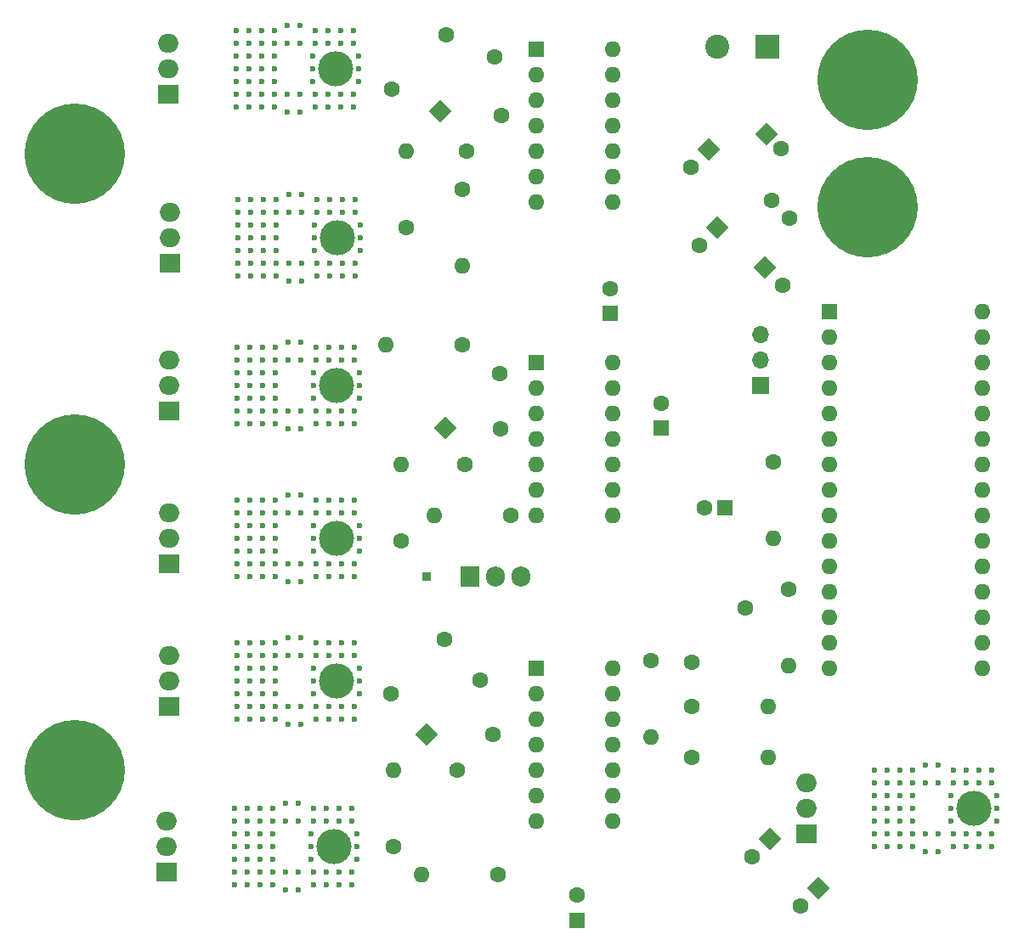
<source format=gbr>
%TF.GenerationSoftware,KiCad,Pcbnew,8.0.5*%
%TF.CreationDate,2024-12-03T18:07:43+01:00*%
%TF.ProjectId,ESC_drivers 1.4,4553435f-6472-4697-9665-727320312e34,rev?*%
%TF.SameCoordinates,Original*%
%TF.FileFunction,Soldermask,Bot*%
%TF.FilePolarity,Negative*%
%FSLAX46Y46*%
G04 Gerber Fmt 4.6, Leading zero omitted, Abs format (unit mm)*
G04 Created by KiCad (PCBNEW 8.0.5) date 2024-12-03 18:07:43*
%MOMM*%
%LPD*%
G01*
G04 APERTURE LIST*
G04 Aperture macros list*
%AMHorizOval*
0 Thick line with rounded ends*
0 $1 width*
0 $2 $3 position (X,Y) of the first rounded end (center of the circle)*
0 $4 $5 position (X,Y) of the second rounded end (center of the circle)*
0 Add line between two ends*
20,1,$1,$2,$3,$4,$5,0*
0 Add two circle primitives to create the rounded ends*
1,1,$1,$2,$3*
1,1,$1,$4,$5*%
%AMRotRect*
0 Rectangle, with rotation*
0 The origin of the aperture is its center*
0 $1 length*
0 $2 width*
0 $3 Rotation angle, in degrees counterclockwise*
0 Add horizontal line*
21,1,$1,$2,0,0,$3*%
G04 Aperture macros list end*
%ADD10R,1.600000X1.600000*%
%ADD11C,1.600000*%
%ADD12C,3.500000*%
%ADD13R,2.000000X1.905000*%
%ADD14O,2.000000X1.905000*%
%ADD15C,0.600000*%
%ADD16O,1.600000X1.600000*%
%ADD17RotRect,1.600000X1.600000X225.000000*%
%ADD18RotRect,1.600000X1.600000X315.000000*%
%ADD19R,0.850000X0.850000*%
%ADD20C,5.400000*%
%ADD21C,10.000000*%
%ADD22R,2.400000X2.400000*%
%ADD23C,2.400000*%
%ADD24HorizOval,1.600000X0.000000X0.000000X0.000000X0.000000X0*%
%ADD25RotRect,1.600000X1.600000X45.000000*%
%ADD26HorizOval,1.600000X0.000000X0.000000X0.000000X0.000000X0*%
%ADD27R,1.700000X1.700000*%
%ADD28O,1.700000X1.700000*%
%ADD29R,1.905000X2.000000*%
%ADD30O,1.905000X2.000000*%
G04 APERTURE END LIST*
D10*
%TO.C,C3*%
X164084000Y-83755114D03*
D11*
X164084000Y-81255114D03*
%TD*%
D12*
%TO.C,Q5*%
X136802000Y-106165490D03*
D13*
X120142001Y-108712000D03*
D14*
X120142001Y-106172000D03*
X120142000Y-103632000D03*
D15*
X131982945Y-110483490D03*
X133252945Y-110483490D03*
X126902945Y-109975490D03*
X128172945Y-109975490D03*
X129442945Y-109975490D03*
X130712945Y-109975490D03*
X134776945Y-109975490D03*
X136046945Y-109975490D03*
X137316945Y-109975490D03*
X138586945Y-109975490D03*
X126902945Y-108705490D03*
X128172945Y-108705490D03*
X129442945Y-108705490D03*
X130712945Y-108705490D03*
X131982945Y-108705490D03*
X133252945Y-108705490D03*
X134776945Y-108705490D03*
X136046945Y-108705490D03*
X137316945Y-108705490D03*
X138586945Y-108705490D03*
X129442945Y-107435491D03*
X126902945Y-107435490D03*
X128172945Y-107435490D03*
X130712945Y-107435490D03*
X134522945Y-107435490D03*
X139094945Y-107435490D03*
X126902945Y-106165490D03*
X128172944Y-106165490D03*
X129442945Y-106165490D03*
X130712946Y-106165490D03*
X134522944Y-106165490D03*
X139094945Y-106165490D03*
X126902945Y-104895490D03*
X128172945Y-104895490D03*
X130712945Y-104895490D03*
X134522945Y-104895490D03*
X139094945Y-104895490D03*
X129442945Y-104895489D03*
X126902945Y-103625490D03*
X128172945Y-103625490D03*
X129442945Y-103625490D03*
X130712945Y-103625490D03*
X131982945Y-103625490D03*
X133252945Y-103625490D03*
X134776945Y-103625490D03*
X136046945Y-103625490D03*
X137316945Y-103625490D03*
X138586945Y-103625490D03*
X126902945Y-102355490D03*
X128172945Y-102355490D03*
X129442945Y-102355490D03*
X130712945Y-102355490D03*
X134776945Y-102355490D03*
X136046945Y-102355490D03*
X137316945Y-102355490D03*
X138586945Y-102355490D03*
X131982945Y-101847490D03*
X133252945Y-101847490D03*
%TD*%
D11*
%TO.C,R6*%
X154178000Y-103886000D03*
D16*
X146558000Y-103886000D03*
%TD*%
D11*
%TO.C,R12*%
X142494000Y-136906000D03*
D16*
X142494000Y-129286000D03*
%TD*%
D17*
%TO.C,C10*%
X173956255Y-67442117D03*
D11*
X172188488Y-69209884D03*
%TD*%
D18*
%TO.C,C13*%
X179487856Y-79157856D03*
D11*
X181255623Y-80925623D03*
%TD*%
%TO.C,C2*%
X153306687Y-64028466D03*
X149771153Y-67564000D03*
%TD*%
D19*
%TO.C,J1*%
X145796000Y-109982000D03*
%TD*%
D11*
%TO.C,R16*%
X143256000Y-106426000D03*
D16*
X143256000Y-98806000D03*
%TD*%
D11*
%TO.C,C22*%
X152394585Y-125750961D03*
X148859051Y-129286495D03*
%TD*%
D18*
%TO.C,C9*%
X179687786Y-65895786D03*
D11*
X181102000Y-67310000D03*
%TD*%
D12*
%TO.C,Q6*%
X136801999Y-90925490D03*
D13*
X120142000Y-93472000D03*
D14*
X120142000Y-90932000D03*
X120141999Y-88392000D03*
D15*
X131982944Y-95243490D03*
X133252944Y-95243490D03*
X126902944Y-94735490D03*
X128172944Y-94735490D03*
X129442944Y-94735490D03*
X130712944Y-94735490D03*
X134776944Y-94735490D03*
X136046944Y-94735490D03*
X137316944Y-94735490D03*
X138586944Y-94735490D03*
X126902944Y-93465490D03*
X128172944Y-93465490D03*
X129442944Y-93465490D03*
X130712944Y-93465490D03*
X131982944Y-93465490D03*
X133252944Y-93465490D03*
X134776944Y-93465490D03*
X136046944Y-93465490D03*
X137316944Y-93465490D03*
X138586944Y-93465490D03*
X129442944Y-92195491D03*
X126902944Y-92195490D03*
X128172944Y-92195490D03*
X130712944Y-92195490D03*
X134522944Y-92195490D03*
X139094944Y-92195490D03*
X126902944Y-90925490D03*
X128172943Y-90925490D03*
X129442944Y-90925490D03*
X130712945Y-90925490D03*
X134522943Y-90925490D03*
X139094944Y-90925490D03*
X126902944Y-89655490D03*
X128172944Y-89655490D03*
X130712944Y-89655490D03*
X134522944Y-89655490D03*
X139094944Y-89655490D03*
X129442944Y-89655489D03*
X126902944Y-88385490D03*
X128172944Y-88385490D03*
X129442944Y-88385490D03*
X130712944Y-88385490D03*
X131982944Y-88385490D03*
X133252944Y-88385490D03*
X134776944Y-88385490D03*
X136046944Y-88385490D03*
X137316944Y-88385490D03*
X138586944Y-88385490D03*
X126902944Y-87115490D03*
X128172944Y-87115490D03*
X129442944Y-87115490D03*
X130712944Y-87115490D03*
X134776944Y-87115490D03*
X136046944Y-87115490D03*
X137316944Y-87115490D03*
X138586944Y-87115490D03*
X131982944Y-86607490D03*
X133252944Y-86607490D03*
%TD*%
D20*
%TO.C,H4*%
X189738000Y-60452000D03*
D21*
X189738000Y-60452000D03*
%TD*%
D12*
%TO.C,Q2*%
X136769555Y-59336077D03*
D13*
X120109556Y-61882587D03*
D14*
X120109556Y-59342587D03*
X120109555Y-56802587D03*
D15*
X131950500Y-63654077D03*
X133220500Y-63654077D03*
X126870500Y-63146077D03*
X128140500Y-63146077D03*
X129410500Y-63146077D03*
X130680500Y-63146077D03*
X134744500Y-63146077D03*
X136014500Y-63146077D03*
X137284500Y-63146077D03*
X138554500Y-63146077D03*
X126870500Y-61876077D03*
X128140500Y-61876077D03*
X129410500Y-61876077D03*
X130680500Y-61876077D03*
X131950500Y-61876077D03*
X133220500Y-61876077D03*
X134744500Y-61876077D03*
X136014500Y-61876077D03*
X137284500Y-61876077D03*
X138554500Y-61876077D03*
X129410500Y-60606078D03*
X126870500Y-60606077D03*
X128140500Y-60606077D03*
X130680500Y-60606077D03*
X134490500Y-60606077D03*
X139062500Y-60606077D03*
X126870500Y-59336077D03*
X128140499Y-59336077D03*
X129410500Y-59336077D03*
X130680501Y-59336077D03*
X134490499Y-59336077D03*
X139062500Y-59336077D03*
X126870500Y-58066077D03*
X128140500Y-58066077D03*
X130680500Y-58066077D03*
X134490500Y-58066077D03*
X139062500Y-58066077D03*
X129410500Y-58066076D03*
X126870500Y-56796077D03*
X128140500Y-56796077D03*
X129410500Y-56796077D03*
X130680500Y-56796077D03*
X131950500Y-56796077D03*
X133220500Y-56796077D03*
X134744500Y-56796077D03*
X136014500Y-56796077D03*
X137284500Y-56796077D03*
X138554500Y-56796077D03*
X126870500Y-55526077D03*
X128140500Y-55526077D03*
X129410500Y-55526077D03*
X130680500Y-55526077D03*
X134744500Y-55526077D03*
X136014500Y-55526077D03*
X137284500Y-55526077D03*
X138554500Y-55526077D03*
X131950500Y-55018077D03*
X133220500Y-55018077D03*
%TD*%
D10*
%TO.C,U3*%
X156728000Y-88641001D03*
D16*
X156728000Y-91181001D03*
X156728000Y-93721000D03*
X156728000Y-96261001D03*
X156728000Y-98801001D03*
X156728000Y-101341001D03*
X156728000Y-103881001D03*
X164348000Y-103881001D03*
X164348000Y-101341001D03*
X164348000Y-98801001D03*
X164348000Y-96261001D03*
X164348000Y-93721001D03*
X164348000Y-91181001D03*
X164348000Y-88641001D03*
%TD*%
D11*
%TO.C,R11*%
X181864000Y-111252000D03*
D16*
X181864000Y-118872000D03*
%TD*%
D22*
%TO.C,C8*%
X179731274Y-57150000D03*
D23*
X174731274Y-57150000D03*
%TD*%
D11*
%TO.C,R5*%
X147628154Y-116277846D03*
D24*
X142240000Y-121666000D03*
%TD*%
D10*
%TO.C,U2*%
X156718000Y-119127511D03*
D16*
X156718000Y-121667511D03*
X156718000Y-124207510D03*
X156718000Y-126747511D03*
X156718000Y-129287511D03*
X156718000Y-131827511D03*
X156718000Y-134367511D03*
X164338000Y-134367511D03*
X164338000Y-131827511D03*
X164338000Y-129287511D03*
X164338000Y-126747511D03*
X164338000Y-124207511D03*
X164338000Y-121667511D03*
X164338000Y-119127511D03*
%TD*%
D25*
%TO.C,D1*%
X147673924Y-95150077D03*
D26*
X153062078Y-89761923D03*
%TD*%
D11*
%TO.C,R4*%
X152908000Y-139700000D03*
D16*
X145288000Y-139700000D03*
%TD*%
D12*
%TO.C,Q4*%
X136802000Y-120396000D03*
D13*
X120142001Y-122942510D03*
D14*
X120142001Y-120402510D03*
X120142000Y-117862510D03*
D15*
X131982945Y-124714000D03*
X133252945Y-124714000D03*
X126902945Y-124206000D03*
X128172945Y-124206000D03*
X129442945Y-124206000D03*
X130712945Y-124206000D03*
X134776945Y-124206000D03*
X136046945Y-124206000D03*
X137316945Y-124206000D03*
X138586945Y-124206000D03*
X126902945Y-122936000D03*
X128172945Y-122936000D03*
X129442945Y-122936000D03*
X130712945Y-122936000D03*
X131982945Y-122936000D03*
X133252945Y-122936000D03*
X134776945Y-122936000D03*
X136046945Y-122936000D03*
X137316945Y-122936000D03*
X138586945Y-122936000D03*
X129442945Y-121666001D03*
X126902945Y-121666000D03*
X128172945Y-121666000D03*
X130712945Y-121666000D03*
X134522945Y-121666000D03*
X139094945Y-121666000D03*
X126902945Y-120396000D03*
X128172944Y-120396000D03*
X129442945Y-120396000D03*
X130712946Y-120396000D03*
X134522944Y-120396000D03*
X139094945Y-120396000D03*
X126902945Y-119126000D03*
X128172945Y-119126000D03*
X130712945Y-119126000D03*
X134522945Y-119126000D03*
X139094945Y-119126000D03*
X129442945Y-119125999D03*
X126902945Y-117856000D03*
X128172945Y-117856000D03*
X129442945Y-117856000D03*
X130712945Y-117856000D03*
X131982945Y-117856000D03*
X133252945Y-117856000D03*
X134776945Y-117856000D03*
X136046945Y-117856000D03*
X137316945Y-117856000D03*
X138586945Y-117856000D03*
X126902945Y-116586000D03*
X128172945Y-116586000D03*
X129442945Y-116586000D03*
X130712945Y-116586000D03*
X134776945Y-116586000D03*
X136046945Y-116586000D03*
X137316945Y-116586000D03*
X138586945Y-116586000D03*
X131982945Y-116078000D03*
X133252945Y-116078000D03*
%TD*%
D11*
%TO.C,R13*%
X143764000Y-75184000D03*
D16*
X143764000Y-67564000D03*
%TD*%
D11*
%TO.C,R14*%
X168148000Y-118364000D03*
D16*
X168148000Y-125984000D03*
%TD*%
D11*
%TO.C,C1*%
X153151767Y-95260233D03*
X149616233Y-98795767D03*
%TD*%
D17*
%TO.C,C11*%
X174752000Y-75184000D03*
D11*
X172984233Y-76951767D03*
%TD*%
%TO.C,R15*%
X172212000Y-128016000D03*
D16*
X179832000Y-128016000D03*
%TD*%
D20*
%TO.C,H2*%
X110744000Y-67818000D03*
D21*
X110744000Y-67818000D03*
%TD*%
D10*
%TO.C,C5*%
X169164000Y-95185113D03*
D11*
X169164000Y-92685113D03*
%TD*%
D10*
%TO.C,U1*%
X156718000Y-57404000D03*
D16*
X156718000Y-59944000D03*
X156718000Y-62483999D03*
X156718000Y-65024000D03*
X156718000Y-67564000D03*
X156718000Y-70104000D03*
X156718000Y-72644000D03*
X164338000Y-72644000D03*
X164338000Y-70104000D03*
X164338000Y-67564000D03*
X164338000Y-65024000D03*
X164338000Y-62484000D03*
X164338000Y-59944000D03*
X164338000Y-57404000D03*
%TD*%
D11*
%TO.C,C12*%
X180218117Y-72522117D03*
X181985884Y-74289884D03*
%TD*%
D12*
%TO.C,U4*%
X200302000Y-133089490D03*
D13*
X183642001Y-135636000D03*
D14*
X183642001Y-133096000D03*
X183642000Y-130556000D03*
D15*
X195482945Y-137407490D03*
X196752945Y-137407490D03*
X190402945Y-136899490D03*
X191672945Y-136899490D03*
X192942945Y-136899490D03*
X194212945Y-136899490D03*
X198276945Y-136899490D03*
X199546945Y-136899490D03*
X200816945Y-136899490D03*
X202086945Y-136899490D03*
X190402945Y-135629490D03*
X191672945Y-135629490D03*
X192942945Y-135629490D03*
X194212945Y-135629490D03*
X195482945Y-135629490D03*
X196752945Y-135629490D03*
X198276945Y-135629490D03*
X199546945Y-135629490D03*
X200816945Y-135629490D03*
X202086945Y-135629490D03*
X192942945Y-134359491D03*
X190402945Y-134359490D03*
X191672945Y-134359490D03*
X194212945Y-134359490D03*
X198022945Y-134359490D03*
X202594945Y-134359490D03*
X190402945Y-133089490D03*
X191672944Y-133089490D03*
X192942945Y-133089490D03*
X194212946Y-133089490D03*
X198022944Y-133089490D03*
X202594945Y-133089490D03*
X190402945Y-131819490D03*
X191672945Y-131819490D03*
X194212945Y-131819490D03*
X198022945Y-131819490D03*
X202594945Y-131819490D03*
X192942945Y-131819489D03*
X190402945Y-130549490D03*
X191672945Y-130549490D03*
X192942945Y-130549490D03*
X194212945Y-130549490D03*
X195482945Y-130549490D03*
X196752945Y-130549490D03*
X198276945Y-130549490D03*
X199546945Y-130549490D03*
X200816945Y-130549490D03*
X202086945Y-130549490D03*
X190402945Y-129279490D03*
X191672945Y-129279490D03*
X192942945Y-129279490D03*
X194212945Y-129279490D03*
X198276945Y-129279490D03*
X199546945Y-129279490D03*
X200816945Y-129279490D03*
X202086945Y-129279490D03*
X195482945Y-128771490D03*
X196752945Y-128771490D03*
%TD*%
D11*
%TO.C,R7*%
X149352000Y-86868000D03*
D16*
X141732000Y-86868000D03*
%TD*%
D20*
%TO.C,H1*%
X110744000Y-129286000D03*
D21*
X110744000Y-129286000D03*
%TD*%
D27*
%TO.C,Communication*%
X179070000Y-90931999D03*
D28*
X179070000Y-88391999D03*
X179070000Y-85852000D03*
%TD*%
D11*
%TO.C,R2*%
X149352000Y-71374000D03*
D16*
X149352000Y-78994000D03*
%TD*%
D11*
%TO.C,R8*%
X180340000Y-98552000D03*
D16*
X180340000Y-106172000D03*
%TD*%
D12*
%TO.C,Q1*%
X136899055Y-76200000D03*
D13*
X120239056Y-78746510D03*
D14*
X120239056Y-76206510D03*
X120239055Y-73666510D03*
D15*
X132080000Y-80518000D03*
X133350000Y-80518000D03*
X127000000Y-80010000D03*
X128270000Y-80010000D03*
X129540000Y-80010000D03*
X130810000Y-80010000D03*
X134874000Y-80010000D03*
X136144000Y-80010000D03*
X137414000Y-80010000D03*
X138684000Y-80010000D03*
X127000000Y-78740000D03*
X128270000Y-78740000D03*
X129540000Y-78740000D03*
X130810000Y-78740000D03*
X132080000Y-78740000D03*
X133350000Y-78740000D03*
X134874000Y-78740000D03*
X136144000Y-78740000D03*
X137414000Y-78740000D03*
X138684000Y-78740000D03*
X129540000Y-77470001D03*
X127000000Y-77470000D03*
X128270000Y-77470000D03*
X130810000Y-77470000D03*
X134620000Y-77470000D03*
X139192000Y-77470000D03*
X127000000Y-76200000D03*
X128269999Y-76200000D03*
X129540000Y-76200000D03*
X130810001Y-76200000D03*
X134619999Y-76200000D03*
X139192000Y-76200000D03*
X127000000Y-74930000D03*
X128270000Y-74930000D03*
X130810000Y-74930000D03*
X134620000Y-74930000D03*
X139192000Y-74930000D03*
X129540000Y-74929999D03*
X127000000Y-73660000D03*
X128270000Y-73660000D03*
X129540000Y-73660000D03*
X130810000Y-73660000D03*
X132080000Y-73660000D03*
X133350000Y-73660000D03*
X134874000Y-73660000D03*
X136144000Y-73660000D03*
X137414000Y-73660000D03*
X138684000Y-73660000D03*
X127000000Y-72390000D03*
X128270000Y-72390000D03*
X129540000Y-72390000D03*
X130810000Y-72390000D03*
X134874000Y-72390000D03*
X136144000Y-72390000D03*
X137414000Y-72390000D03*
X138684000Y-72390000D03*
X132080000Y-71882000D03*
X133350000Y-71882000D03*
%TD*%
D10*
%TO.C,A1*%
X185928000Y-83566000D03*
D16*
X185928000Y-86106000D03*
X185928000Y-88645999D03*
X185928000Y-91186000D03*
X185928000Y-93726000D03*
X185928000Y-96266000D03*
X185928000Y-98806000D03*
X185928000Y-101346001D03*
X185928000Y-103886000D03*
X185928000Y-106426000D03*
X185928000Y-108966000D03*
X185928000Y-111505999D03*
X185928000Y-114046000D03*
X185928000Y-116586000D03*
X185928000Y-119126000D03*
X201168000Y-119126000D03*
X201168000Y-116586000D03*
X201168000Y-114046000D03*
X201168000Y-111506000D03*
X201168000Y-108966000D03*
X201168000Y-106426000D03*
X201168000Y-103886000D03*
X201168000Y-101346000D03*
X201168000Y-98806000D03*
X201168000Y-96266000D03*
X201168000Y-93726000D03*
X201168000Y-91186000D03*
X201168000Y-88646000D03*
X201168000Y-86106000D03*
X201168000Y-83566000D03*
%TD*%
D20*
%TO.C,H3*%
X110744000Y-98806000D03*
D21*
X110744000Y-98806000D03*
%TD*%
D17*
%TO.C,C14*%
X180052255Y-136144000D03*
D11*
X178284488Y-137911767D03*
%TD*%
D25*
%TO.C,D3*%
X145796000Y-125750961D03*
D26*
X151184154Y-120362807D03*
%TD*%
D12*
%TO.C,Q3*%
X136548000Y-136906000D03*
D13*
X119888001Y-139452510D03*
D14*
X119888001Y-136912510D03*
X119888000Y-134372510D03*
D15*
X131728945Y-141224000D03*
X132998945Y-141224000D03*
X126648945Y-140716000D03*
X127918945Y-140716000D03*
X129188945Y-140716000D03*
X130458945Y-140716000D03*
X134522945Y-140716000D03*
X135792945Y-140716000D03*
X137062945Y-140716000D03*
X138332945Y-140716000D03*
X126648945Y-139446000D03*
X127918945Y-139446000D03*
X129188945Y-139446000D03*
X130458945Y-139446000D03*
X131728945Y-139446000D03*
X132998945Y-139446000D03*
X134522945Y-139446000D03*
X135792945Y-139446000D03*
X137062945Y-139446000D03*
X138332945Y-139446000D03*
X129188945Y-138176001D03*
X126648945Y-138176000D03*
X127918945Y-138176000D03*
X130458945Y-138176000D03*
X134268945Y-138176000D03*
X138840945Y-138176000D03*
X126648945Y-136906000D03*
X127918944Y-136906000D03*
X129188945Y-136906000D03*
X130458946Y-136906000D03*
X134268944Y-136906000D03*
X138840945Y-136906000D03*
X126648945Y-135636000D03*
X127918945Y-135636000D03*
X130458945Y-135636000D03*
X134268945Y-135636000D03*
X138840945Y-135636000D03*
X129188945Y-135635999D03*
X126648945Y-134366000D03*
X127918945Y-134366000D03*
X129188945Y-134366000D03*
X130458945Y-134366000D03*
X131728945Y-134366000D03*
X132998945Y-134366000D03*
X134522945Y-134366000D03*
X135792945Y-134366000D03*
X137062945Y-134366000D03*
X138332945Y-134366000D03*
X126648945Y-133096000D03*
X127918945Y-133096000D03*
X129188945Y-133096000D03*
X130458945Y-133096000D03*
X134522945Y-133096000D03*
X135792945Y-133096000D03*
X137062945Y-133096000D03*
X138332945Y-133096000D03*
X131728945Y-132588000D03*
X132998945Y-132588000D03*
%TD*%
D10*
%TO.C,C7*%
X175514000Y-103124000D03*
D11*
X173513999Y-103124000D03*
%TD*%
%TO.C,R9*%
X177600154Y-113129923D03*
D24*
X172212000Y-118518077D03*
%TD*%
D29*
%TO.C,Q7*%
X150114001Y-109982000D03*
D30*
X152654001Y-109982000D03*
X155194000Y-109982000D03*
%TD*%
D20*
%TO.C,H5*%
X189738000Y-73152000D03*
D21*
X189738000Y-73152000D03*
%TD*%
D11*
%TO.C,R10*%
X172212000Y-122936000D03*
D16*
X179832000Y-122936000D03*
%TD*%
D10*
%TO.C,C4*%
X160782000Y-144272000D03*
D11*
X160782000Y-141772000D03*
%TD*%
D25*
%TO.C,D2*%
X147165924Y-63573928D03*
D26*
X152554078Y-58185774D03*
%TD*%
D11*
%TO.C,R3*%
X147728077Y-55979923D03*
D24*
X142339923Y-61368077D03*
%TD*%
D17*
%TO.C,C6*%
X184878255Y-141102117D03*
D11*
X183110488Y-142869884D03*
%TD*%
M02*

</source>
